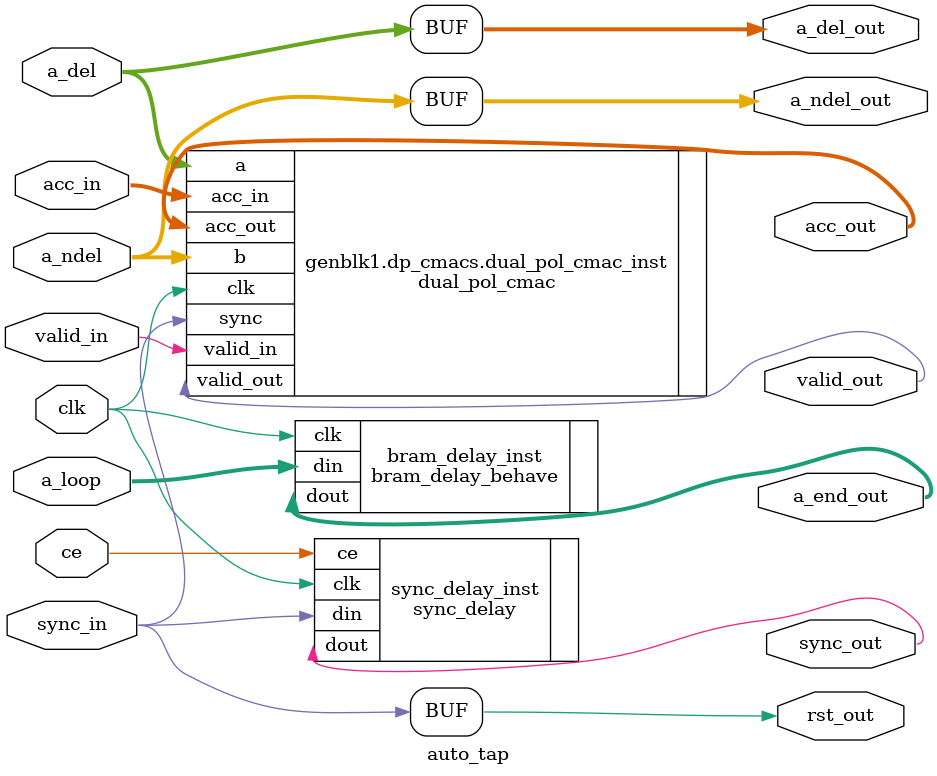
<source format=v>
`ifndef auto_tap
`define auto_tap

`timescale 1ns / 1ps

module auto_tap(
    clk,
    ce,
    a_del,
    sync_in,
    a_ndel,
    acc_in,
    valid_in,
    a_loop,
    a_del_out,
    acc_out,
    valid_out,
    rst_out,
    sync_out,
    a_ndel_out,
    a_end_out
    );

   
    parameter SERIAL_ACC_LEN_BITS = 7;  //Serial accumulation length (2^?)
    parameter P_FACTOR_BITS = 2;        //Number of samples to accumulate in parallel (2^?)
    parameter BITWIDTH = 4;             //bitwidth of each real/imag part of a single sample
    parameter ACC_MUX_LATENCY = 2;      //Latency of the mux to place the accumulation result on the xeng shift reg
    parameter FIRST_DSP_REGISTERS = 2;  //number of registers on the input of the first DSP slice in the chain
    parameter DSP_REGISTERS = 2;        //number of registers on the input of all others DSP slices in the chain
    parameter N_ANTS = 32;              //number of (dual pol) antenna inputs
    parameter BRAM_LATENCY = 2;         //Latency of brams in delay chain
    parameter N_POLS = 2;		//Number of polarizations
    
    localparam MULT_LATENCY = ((1<<P_FACTOR_BITS)-1 + (FIRST_DSP_REGISTERS+2));      //Multiplier Latency (= latency of first DSP + 1 for every additional DSP)
    localparam ADD_LATENCY = 1;                                                     //Adder latency (currently hardcoded to 1)
    localparam P_FACTOR = 1<<P_FACTOR_BITS;                                         //number of parallel cmults
    localparam INPUT_WIDTH = 2*BITWIDTH*N_POLS*(1<<P_FACTOR_BITS);                       //width of complex in/out bus 
    localparam N_STOKES = N_POLS*N_POLS;					    //Number of stokes parameters
    localparam ACC_WIDTH = N_STOKES*2*((2*BITWIDTH+1)+P_FACTOR_BITS+SERIAL_ACC_LEN_BITS);  //width of complex acc in/out bus
    localparam SERIAL_ACC_LEN = 1<<SERIAL_ACC_LEN_BITS;
    
    input clk;                                                  //clock input
    input ce;                                                   //simulink needs a ce port
    input sync_in;                                              // sync input
    input [INPUT_WIDTH-1:0] a_del;                              // delayed antenna signal
    input [INPUT_WIDTH-1:0] a_ndel;                             // not delayed antenna signal
    input [INPUT_WIDTH-1:0] a_loop;                             // loop input from last baseline tap in series
    input [ACC_WIDTH-1:0] acc_in;                               // accumulation input
    input valid_in;                                             // accumulation input valid flag
    output rst_out;                                             // reset passthough
    output [INPUT_WIDTH-1:0] a_ndel_out;                        // not delayed antenna passthrough
    output [INPUT_WIDTH-1:0] a_del_out;                         // delayed antenna passthrough
    output [INPUT_WIDTH-1:0] a_end_out;                         // "last triangle" antenna passthrough
    output sync_out;                                            // sync passthrough
    output [ACC_WIDTH-1:0] acc_out;                             // accumulation output
    output valid_out;                                           // accumulation output valid flag
    
    
    //Connect up the transparent passthroughs
    assign a_del_out = a_del;
    assign rst_out = sync_in;
    assign a_ndel_out = a_ndel;
    
    //Connect up the sync output with appropriate sync delay
    sync_delay #(
        .DELAY_LENGTH(ADD_LATENCY + MULT_LATENCY + SERIAL_ACC_LEN + (N_ANTS>>1) +1 +1)
        ) sync_delay_inst (
        .clk(clk),
        .ce(ce),
        .din(sync_in),
        .dout(sync_out)
    );

    // Instantiate the antenna_loop passthrough, with bram delay
    //delay length:
    localparam DELAY_LEN = (SERIAL_ACC_LEN-1)*
        (N_ANTS-(N_ANTS>>1)) + //ceil(N_ANTS/2)
        (N_ANTS-(N_ANTS>>1)) - //ceil(N_ANTS/2)
        (N_ANTS>>1);           //floor(N_ANTS/2)

    /*
    bram_delay_top2 #(
        .WIDTH(INPUT_WIDTH),
        .DELAY(DELAY_LEN),
        .LATENCY(BRAM_LATENCY)
        ) bram_delay_inst (
        .clk(clk),
        .din(a_loop),
        .dout(a_end_out)
    );
    */
    bram_delay_behave #(
        .WIDTH(INPUT_WIDTH),
        .DELAY(DELAY_LEN),
        .LATENCY(BRAM_LATENCY)
        ) bram_delay_inst (
        .clk(clk),
        .din(a_loop),
        .dout(a_end_out)
    );

    
    //Instantiate eith a single or dual-pol cmac depending on the xengine type
    generate
    if (N_POLS==1) begin : sp_cmacs
        single_pol_cmac #(
            .BITWIDTH(BITWIDTH),
            .P_FACTOR_BITS(P_FACTOR_BITS),
            .SERIAL_ACC_LEN_BITS(SERIAL_ACC_LEN_BITS),
            .ACC_MUX_LATENCY(ACC_MUX_LATENCY),
            .FIRST_DSP_REGISTERS(FIRST_DSP_REGISTERS),
            .DSP_REGISTERS(DSP_REGISTERS)
        ) single_pol_cmac_inst (
            .clk(clk),
            .a(a_del),
            .b(a_ndel),
            .acc_in(acc_in),
            .valid_in(valid_in),
            .sync(sync_in),
            .acc_out(acc_out),
            .valid_out(valid_out)
        );
    end else if(N_POLS==2) begin : dp_cmacs
        dual_pol_cmac #(
            .BITWIDTH(BITWIDTH),
            .P_FACTOR_BITS(P_FACTOR_BITS),
            .SERIAL_ACC_LEN_BITS(SERIAL_ACC_LEN_BITS),
            .ACC_MUX_LATENCY(ACC_MUX_LATENCY),
            .FIRST_DSP_REGISTERS(FIRST_DSP_REGISTERS),
            .DSP_REGISTERS(DSP_REGISTERS)
        ) dual_pol_cmac_inst (
            .clk(clk),
            .a(a_del),
            .b(a_ndel),
            .acc_in(acc_in),
            .valid_in(valid_in),
            .sync(sync_in),
            .acc_out(acc_out),
            .valid_out(valid_out)
        );
	 end
    endgenerate


endmodule

`endif

</source>
